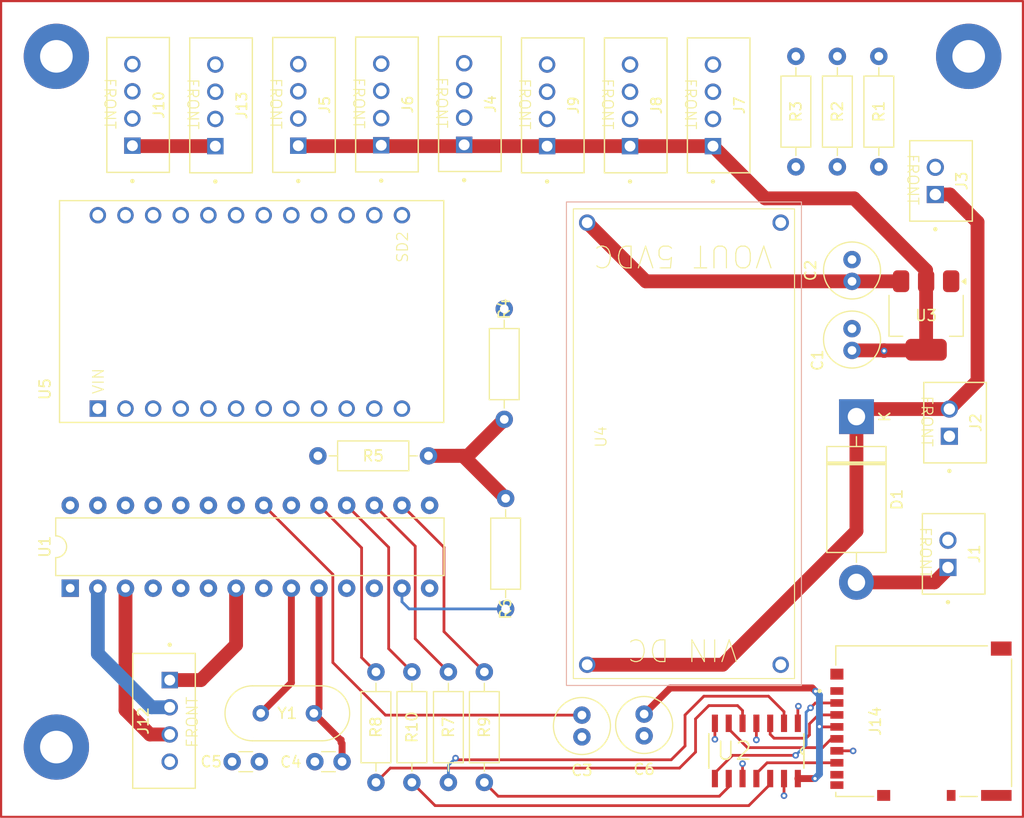
<source format=kicad_pcb>
(kicad_pcb (version 20240108) (generator "pcbnew") (generator_version "8.0")
  (layers (0 "F.Cu" signal) (31 "B.Cu" signal) (34 "B.Paste" user) (35 "F.Paste" user) (36 "B.SilkS" user "B.Silkscreen") (37 "F.SilkS" user "F.Silkscreen") (38 "B.Mask" user) (39 "F.Mask" user) (44 "Edge.Cuts" user))
  (net 0 "")
  (net 1 "3V3DC")
  (net 2 "GND")
  (net 3 "5VDC")
  (net 4 "Net-(U1-AREF)")
  (net 5 "Net-(U1-XTAL2{slash}PB7)")
  (net 6 "Net-(U1-XTAL1{slash}PB6)")
  (net 7 "Net-(D1-A)")
  (net 8 "VBatt")
  (net 9 "Net-(J3-Pad2)")
  (net 10 "SDA5")
  (net 11 "SCL5")
  (net 12 "SDA4")
  (net 13 "SCL4")
  (net 14 "SDA3")
  (net 15 "SCL3")
  (net 16 "SCL2")
  (net 17 "SDA2")
  (net 18 "SCL1")
  (net 19 "SDA1")
  (net 20 "SCL0")
  (net 21 "SDA0")
  (net 22 "SCL")
  (net 23 "SDA")
  (net 24 "TX")
  (net 25 "RX")
  (net 26 "AUX1")
  (net 27 "AUX2")
  (net 28 "CLK_L")
  (net 30 "MOSI_L")
  (net 32 "CS_L")
  (net 33 "MISO_L")
  (net 34 "Net-(R1-Pad2)")
  (net 35 "Bat_Measure")
  (net 36 "Net-(R4-Pad2)")
  (net 37 "Chg_Indicator")
  (net 38 "Net-(U2-B0)")
  (net 39 "MOSI")
  (net 40 "CLK")
  (net 41 "Net-(U2-B1)")
  (net 42 "Net-(U2-B3)")
  (net 43 "CS")
  (net 44 "MISO")
  (net 45 "Net-(U2-B2)")
  (footprint "Capacitor_THT:C_Radial_D5.0mm_H11.0mm_P2.00mm" (layer "F.Cu") (at 116.8654 129.143 -90)
    (property "Reference" "C3" (at 5.08 0 180) (layer "F.SilkS"))
    (property "Value" "100uF")
    (pad "1" thru_hole circle (at 0 0 270) (size 1.6 1.6) (drill 0.8) (layers "*.Cu" "*.Mask") (net 4 "Net-(U1-AREF)"))
    (pad "2" thru_hole circle (at 2 0 270) (size 1.6 1.6) (drill 0.8) (layers "*.Cu" "*.Mask") (net 2 "GND"))
  )
  (footprint "Capacitor_THT:C_Disc_D3.0mm_W1.6mm_P2.50mm" (layer "F.Cu") (at 94.829 133.4224 180)
    (property "Reference" "C4" (at 4.7098 -0.0292 180) (layer "F.SilkS"))
    (property "Value" "22pF")
    (pad "1" thru_hole circle (at 0 0 180) (size 1.6 1.6) (drill 0.8) (layers "*.Cu" "*.Mask") (net 5 "Net-(U1-XTAL2{slash}PB7)"))
    (pad "2" thru_hole circle (at 2.5 0 180) (size 1.6 1.6) (drill 0.8) (layers "*.Cu" "*.Mask") (net 2 "GND"))
  )
  (footprint "Resistor_THT:R_Axial_DIN0207_L6.3mm_D2.5mm_P10.16mm_Horizontal" (layer "F.Cu") (at 107.8992 125.1712 -90)
    (property "Reference" "R9" (at 5.08 0 90) (layer "F.SilkS"))
    (property "Value" "3k3")
    (pad "1" thru_hole circle (at 0 0 270) (size 1.6 1.6) (drill 0.8) (layers "*.Cu" "*.Mask") (net 43 "CS"))
    (pad "2" thru_hole oval (at 10.16 0 270) (size 1.6 1.6) (drill 0.8) (layers "*.Cu" "*.Mask") (net 42 "Net-(U2-B3)"))
  )
  (footprint "Project_Fania_Ersa:JST_B4B-XH-A_LF__SN_" (layer "F.Cu") (at 121.81 73.085 -90)
    (property "Reference" "J8" (at 0 -1.905 90) (layer "F.SilkS") (effects (font (size 0.944882 0.944882))))
    (property "Value" "T2")
    (fp_text user "FRONT" (at -2.54 3.175 -90) (layer "F.SilkS") (effects (font (thickness 0.1)) (justify left bottom)))
    (pad "1" thru_hole rect (at 3.75 0.525 270) (size 1.508 1.508) (drill 1) (layers "*.Cu" "*.Mask") (net 1 "3V3DC"))
    (pad "2" thru_hole circle (at 1.25 0.525 270) (size 1.508 1.508) (drill 1) (layers "*.Cu" "*.Mask") (net 2 "GND"))
    (pad "3" thru_hole circle (at -1.25 0.525 270) (size 1.508 1.508) (drill 1) (layers "*.Cu" "*.Mask") (net 18 "SCL1"))
    (pad "4" thru_hole circle (at -3.75 0.525 270) (size 1.508 1.508) (drill 1) (layers "*.Cu" "*.Mask") (net 19 "SDA1"))
  )
  (footprint "Resistor_THT:R_Axial_DIN0207_L6.3mm_D2.5mm_P10.16mm_Horizontal" (layer "F.Cu") (at 109.728 91.7956 -90)
    (property "Reference" "R4" (at 0 0 90) (layer "F.SilkS"))
    (property "Value" "33k")
    (pad "1" thru_hole circle (at 0 0 270) (size 1.6 1.6) (drill 0.8) (layers "*.Cu" "*.Mask") (net 7 "Net-(D1-A)"))
    (pad "2" thru_hole oval (at 10.16 0 270) (size 1.6 1.6) (drill 0.8) (layers "*.Cu" "*.Mask") (net 36 "Net-(R4-Pad2)"))
  )
  (footprint "Resistor_THT:R_Axial_DIN0207_L6.3mm_D2.5mm_P10.16mm_Horizontal" (layer "F.Cu") (at 102.7684 105.3084 180)
    (property "Reference" "R5" (at 5.08 0 180) (layer "F.SilkS"))
    (property "Value" "22k")
    (pad "1" thru_hole circle (at 0 0 180) (size 1.6 1.6) (drill 0.8) (layers "*.Cu" "*.Mask") (net 36 "Net-(R4-Pad2)"))
    (pad "2" thru_hole oval (at 10.16 0 180) (size 1.6 1.6) (drill 0.8) (layers "*.Cu" "*.Mask") (net 2 "GND"))
  )
  (footprint "Project_Fania_Ersa:Step_Down_DCDC" (layer "F.Cu") (at 126.238 104.1908 90)
    (property "Reference" "U4" (at 0.635 -7.62 90) (layer "F.SilkS") (effects (font (thickness 0.1))))
    (property "Value" "Step Down DC - DC")
    (fp_text user "VOUT 5VDC" (at 18.415 8.255 180) (layer "F.SilkS") (effects (font (size 2 2) (thickness 0.1)) (justify left bottom)))
    (fp_text user "VIN DC" (at -17.78 5.08 180) (layer "F.SilkS") (effects (font (size 2 2) (thickness 0.1)) (justify left bottom)))
    (pad "1" thru_hole circle (at -20.32 -8.89 90) (size 1.508 1.508) (drill 1) (layers "*.Cu" "*.Mask") (net 8 "VBatt"))
    (pad "2" thru_hole circle (at -20.32 8.89 90) (size 1.508 1.508) (drill 1) (layers "*.Cu" "*.Mask") (net 2 "GND"))
    (pad "3" thru_hole circle (at 20.32 8.89 90) (size 1.508 1.508) (drill 1) (layers "*.Cu" "*.Mask") (net 2 "GND"))
    (pad "4" thru_hole circle (at 20.32 -8.89 90) (size 1.508 1.508) (drill 1) (layers "*.Cu" "*.Mask") (net 3 "5VDC"))
  )
  (footprint "Project_Fania_Ersa:JST_B4B-XH-A_LF__SN_" (layer "F.Cu") (at 106.57 72.965 -90)
    (property "Reference" "J4" (at 0 -1.905 90) (layer "F.SilkS") (effects (font (size 0.944882 0.944882))))
    (property "Value" "T6")
    (fp_text user "FRONT" (at -2.54 3.175 -90) (layer "F.SilkS") (effects (font (thickness 0.1)) (justify left bottom)))
    (pad "1" thru_hole rect (at 3.75 0.525 270) (size 1.508 1.508) (drill 1) (layers "*.Cu" "*.Mask") (net 1 "3V3DC"))
    (pad "2" thru_hole circle (at 1.25 0.525 270) (size 1.508 1.508) (drill 1) (layers "*.Cu" "*.Mask") (net 2 "GND"))
    (pad "3" thru_hole circle (at -1.25 0.525 270) (size 1.508 1.508) (drill 1) (layers "*.Cu" "*.Mask") (net 11 "SCL5"))
    (pad "4" thru_hole circle (at -3.75 0.525 270) (size 1.508 1.508) (drill 1) (layers "*.Cu" "*.Mask") (net 10 "SDA5"))
  )
  (footprint "Project_Fania_Ersa:JST_B4B-XH-A_LF__SN_" (layer "F.Cu") (at 98.95 73.005 -90)
    (property "Reference" "J6" (at 0 -1.905 90) (layer "F.SilkS") (effects (font (size 0.944882 0.944882))))
    (property "Value" "T4")
    (fp_text user "FRONT" (at -2.54 3.175 -90) (layer "F.SilkS") (effects (font (thickness 0.1)) (justify left bottom)))
    (pad "1" thru_hole rect (at 3.75 0.525 270) (size 1.508 1.508) (drill 1) (layers "*.Cu" "*.Mask") (net 1 "3V3DC"))
    (pad "2" thru_hole circle (at 1.25 0.525 270) (size 1.508 1.508) (drill 1) (layers "*.Cu" "*.Mask") (net 2 "GND"))
    (pad "3" thru_hole circle (at -1.25 0.525 270) (size 1.508 1.508) (drill 1) (layers "*.Cu" "*.Mask") (net 15 "SCL3"))
    (pad "4" thru_hole circle (at -3.75 0.525 270) (size 1.508 1.508) (drill 1) (layers "*.Cu" "*.Mask") (net 14 "SDA3"))
  )
  (footprint "Project_Fania_Ersa:JST_B4B-XH-A_LF__SN_" (layer "F.Cu") (at 114.19 73.085 -90)
    (property "Reference" "J9" (at 0 -1.905 90) (layer "F.SilkS") (effects (font (size 0.944882 0.944882))))
    (property "Value" "T1")
    (fp_text user "FRONT" (at -2.54 3.175 -90) (layer "F.SilkS") (effects (font (thickness 0.1)) (justify left bottom)))
    (pad "1" thru_hole rect (at 3.75 0.525 270) (size 1.508 1.508) (drill 1) (layers "*.Cu" "*.Mask") (net 1 "3V3DC"))
    (pad "2" thru_hole circle (at 1.25 0.525 270) (size 1.508 1.508) (drill 1) (layers "*.Cu" "*.Mask") (net 2 "GND"))
    (pad "3" thru_hole circle (at -1.25 0.525 270) (size 1.508 1.508) (drill 1) (layers "*.Cu" "*.Mask") (net 20 "SCL0"))
    (pad "4" thru_hole circle (at -3.75 0.525 270) (size 1.508 1.508) (drill 1) (layers "*.Cu" "*.Mask") (net 21 "SDA0"))
  )
  (footprint "Project_Fania_Ersa:JST_B4B-XH-A_LF__SN_" (layer "F.Cu") (at 129.43 73.085 -90)
    (property "Reference" "J7" (at 0 -1.905 90) (layer "F.SilkS") (effects (font (size 0.944882 0.944882))))
    (property "Value" "T3")
    (fp_text user "FRONT" (at -2.54 3.175 -90) (layer "F.SilkS") (effects (font (thickness 0.1)) (justify left bottom)))
    (pad "1" thru_hole rect (at 3.75 0.525 270) (size 1.508 1.508) (drill 1) (layers "*.Cu" "*.Mask") (net 1 "3V3DC"))
    (pad "2" thru_hole circle (at 1.25 0.525 270) (size 1.508 1.508) (drill 1) (layers "*.Cu" "*.Mask") (net 2 "GND"))
    (pad "3" thru_hole circle (at -1.25 0.525 270) (size 1.508 1.508) (drill 1) (layers "*.Cu" "*.Mask") (net 16 "SCL2"))
    (pad "4" thru_hole circle (at -3.75 0.525 270) (size 1.508 1.508) (drill 1) (layers "*.Cu" "*.Mask") (net 17 "SDA2"))
  )
  (footprint "Project_Fania_Ersa:JST_B2B-XH-A" (layer "F.Cu") (at 149.86 80.03 -90)
    (property "Reference" "J3" (at 0 -1.905 90) (layer "F.SilkS"))
    (property "Value" "Switch")
    (fp_text user "FRONT" (at -2.54 3.175 -90) (layer "F.SilkS") (effects (font (thickness 0.1)) (justify left bottom)))
    (pad "1" thru_hole rect (at 1.25 0.525 270) (size 1.575 1.575) (drill 1.05) (layers "*.Cu" "*.Mask") (net 8 "VBatt"))
    (pad "2" thru_hole circle (at -1.25 0.525 270) (size 1.575 1.575) (drill 1.05) (layers "*.Cu" "*.Mask") (net 9 "Net-(J3-Pad2)"))
  )
  (footprint "Crystal:Crystal_HC49-4H_Vertical" (layer "F.Cu") (at 92.239 128.9774 180)
    (property "Reference" "Y1" (at 2.45 0 180) (layer "F.SilkS"))
    (property "Value" "Crystal")
    (pad "1" thru_hole circle (at 0 0 180) (size 1.5 1.5) (drill 0.8) (layers "*.Cu" "*.Mask") (net 5 "Net-(U1-XTAL2{slash}PB7)"))
    (pad "2" thru_hole circle (at 4.88 0 180) (size 1.5 1.5) (drill 0.8) (layers "*.Cu" "*.Mask") (net 6 "Net-(U1-XTAL1{slash}PB6)"))
  )
  (footprint "Capacitor_THT:C_Radial_D5.0mm_H11.0mm_P2.00mm" (layer "F.Cu") (at 122.5804 129.048 -90)
    (property "Reference" "C6" (at 5.08 0 180) (layer "F.SilkS"))
    (property "Value" "100uF")
    (pad "1" thru_hole circle (at 0 0 270) (size 1.6 1.6) (drill 0.8) (layers "*.Cu" "*.Mask") (net 1 "3V3DC"))
    (pad "2" thru_hole circle (at 2 0 270) (size 1.6 1.6) (drill 0.8) (layers "*.Cu" "*.Mask") (net 2 "GND"))
  )
  (footprint "Resistor_THT:R_Axial_DIN0207_L6.3mm_D2.5mm_P10.16mm_Horizontal" (layer "F.Cu") (at 104.5972 125.1712 -90)
    (property "Reference" "R7" (at 5.08 0 90) (layer "F.SilkS"))
    (property "Value" "3k3")
    (pad "1" thru_hole circle (at 0 0 270) (size 1.6 1.6) (drill 0.8) (layers "*.Cu" "*.Mask") (net 39 "MOSI"))
    (pad "2" thru_hole oval (at 10.16 0 270) (size 1.6 1.6) (drill 0.8) (layers "*.Cu" "*.Mask") (net 38 "Net-(U2-B0)"))
  )
  (footprint "Resistor_THT:R_Axial_DIN0207_L6.3mm_D2.5mm_P10.16mm_Horizontal" (layer "F.Cu") (at 109.855 119.38 90)
    (property "Reference" "R6" (at 0 0 -90) (layer "F.SilkS"))
    (property "Value" "100")
    (pad "1" thru_hole circle (at 0 0 90) (size 1.6 1.6) (drill 0.8) (layers "*.Cu" "*.Mask") (net 37 "Chg_Indicator"))
    (pad "2" thru_hole oval (at 10.16 0 90) (size 1.6 1.6) (drill 0.8) (layers "*.Cu" "*.Mask") (net 36 "Net-(R4-Pad2)"))
  )
  (footprint "Project_Fania_Ersa:HRS_DM3AT-SF-PEJM5" (layer "F.Cu") (at 148.265 129.7 90)
    (property "Reference" "J14" (at 0 -4.445 -90) (layer "F.SilkS") (effects (font (size 1.001528 1.001528))))
    (property "Value" "MicroSD")
    (pad "1" smd rect (at 2.775 -7.975 90) (size 0.7 1.2) (layers "F.Cu" "F.Paste" "F.Mask"))
    (pad "2" smd rect (at 1.675 -7.975 90) (size 0.7 1.2) (layers "F.Cu" "F.Paste" "F.Mask") (net 32 "CS_L"))
    (pad "3" smd rect (at 0.575 -7.975 90) (size 0.7 1.2) (layers "F.Cu" "F.Paste" "F.Mask") (net 30 "MOSI_L"))
    (pad "4" smd rect (at -0.525 -7.975 90) (size 0.7 1.2) (layers "F.Cu" "F.Paste" "F.Mask") (net 1 "3V3DC"))
    (pad "5" smd rect (at -1.625 -7.975 90) (size 0.7 1.2) (layers "F.Cu" "F.Paste" "F.Mask") (net 28 "CLK_L"))
    (pad "6" smd rect (at -2.725 -7.975 90) (size 0.7 1.2) (layers "F.Cu" "F.Paste" "F.Mask") (net 2 "GND"))
    (pad "7" smd rect (at -3.825 -7.975 90) (size 0.7 1.2) (layers "F.Cu" "F.Paste" "F.Mask") (net 33 "MISO_L"))
    (pad "8" smd rect (at -4.925 -7.975 90) (size 0.7 1.2) (layers "F.Cu" "F.Paste" "F.Mask"))
    (pad "9" smd rect (at -6.825 2.525 90) (size 1 0.8) (layers "F.Cu" "F.Paste" "F.Mask"))
    (pad "9" smd rect (at -5.875 -7.975 90) (size 0.7 1.2) (layers "F.Cu" "F.Paste" "F.Mask"))
    (pad "10" smd rect (at -6.825 -3.675 90) (size 1 1.2) (layers "F.Cu" "F.Paste" "F.Mask"))
    (pad "10" smd rect (at 4.325 -7.975 90) (size 1 1.2) (layers "F.Cu" "F.Paste" "F.Mask"))
    (pad "11" smd rect (at -6.825 6.675 90) (size 1 2.8) (layers "F.Cu" "F.Paste" "F.Mask"))
    (pad "11" smd rect (at 6.675 7.125 90) (size 1.3 1.9) (layers "F.Cu" "F.Paste" "F.Mask"))
  )
  (footprint "Package_TO_SOT_SMD:SOT-223-3_TabPin2" (layer "F.Cu") (at 148.4884 92.4052 -90)
    (property "Reference" "U3" (at 0 0 180) (layer "F.SilkS"))
    (property "Value" "AMS1117")
    (pad "1" smd roundrect (at -3.15 -2.3 270) (size 2 1.5) (layers "F.Cu" "F.Paste" "F.Mask") (net 2 "GND"))
    (pad "2" smd roundrect (at -3.15 0 270) (size 2 1.5) (layers "F.Cu" "F.Paste" "F.Mask") (net 1 "3V3DC"))
    (pad "2" smd roundrect (at 3.15 0 270) (size 2 3.8) (layers "F.Cu" "F.Paste" "F.Mask") (net 1 "3V3DC"))
    (pad "3" smd roundrect (at -3.15 2.3 270) (size 2 1.5) (layers "F.Cu" "F.Paste" "F.Mask") (net 3 "5VDC"))
  )
  (footprint "Capacitor_THT:C_Disc_D3.0mm_W1.6mm_P2.50mm" (layer "F.Cu") (at 87.229 133.4224 180)
    (property "Reference" "C5" (at 4.425 0 180) (layer "F.SilkS"))
    (property "Value" "22pF")
    (pad "1" thru_hole circle (at 0 0 180) (size 1.6 1.6) (drill 0.8) (layers "*.Cu" "*.Mask") (net 6 "Net-(U1-XTAL1{slash}PB6)"))
    (pad "2" thru_hole circle (at 2.5 0 180) (size 1.6 1.6) (drill 0.8) (layers "*.Cu" "*.Mask") (net 2 "GND"))
  )
  (footprint "Project_Fania_Ersa:JST_B2B-XH-A" (layer "F.Cu") (at 151.02 114.32 -90)
    (property "Reference" "J1" (at 0 -1.905 90) (layer "F.SilkS"))
    (property "Value" "12VDC In")
    (fp_text user "FRONT" (at -2.54 3.175 -90) (layer "F.SilkS") (effects (font (thickness 0.1)) (justify left bottom)))
    (pad "1" thru_hole rect (at 1.25 0.525 270) (size 1.575 1.575) (drill 1.05) (layers "*.Cu" "*.Mask") (net 7 "Net-(D1-A)"))
    (pad "2" thru_hole circle (at -1.25 0.525 270) (size 1.575 1.575) (drill 1.05) (layers "*.Cu" "*.Mask") (net 2 "GND"))
  )
  (footprint "Project_Fania_Ersa:PCA9548A" (layer "F.Cu") (at 87.63 92.075 90)
    (property "Reference" "U5" (at -7.095 -20.095 -90) (layer "F.SilkS"))
    (property "Value" "PCA9548A_Board")
    (fp_text user "SD2" (at 4.445 13.335 90) (layer "F.SilkS") (effects (font (thickness 0.1)) (justify left bottom)))
    (fp_text user "VIN" (at -7.62 -14.605 90) (layer "F.SilkS") (effects (font (thickness 0.1)) (justify left bottom)))
    (pad "" np_thru_hole circle (at -8.89 -17.56 90) (size 1.651 1.651) (drill 1.651) (layers "*.Cu" "*.Mask"))
    (pad "" np_thru_hole circle (at -8.89 15.24 90) (size 1.651 1.651) (drill 1.651) (layers "*.Cu" "*.Mask"))
    (pad "" np_thru_hole circle (at 8.89 -17.56 90) (size 1.651 1.651) (drill 1.651) (layers "*.Cu" "*.Mask"))
    (pad "" np_thru_hole circle (at 8.89 15.24 90) (size 1.651 1.651) (drill 1.651) (layers "*.Cu" "*.Mask"))
    (pad "1" thru_hole rect (at -8.89 -15.24 90) (size 1.508 1.508) (drill 1) (layers "*.Cu" "*.Mask") (net 1 "3V3DC"))
    (pad "2" thru_hole circle (at -8.89 -12.7 90) (size 1.508 1.508) (drill 1) (layers "*.Cu" "*.Mask") (net 2 "GND"))
    (pad "3" thru_hole circle (at -8.89 -10.16 90) (size 1.508 1.508) (drill 1) (layers "*.Cu" "*.Mask") (net 23 "SDA"))
    (pad "4" thru_hole circle (at -8.89 -7.62 90) (size 1.508 1.508) (drill 1) (layers "*.Cu" "*.Mask") (net 22 "SCL"))
    (pad "5" thru_hole circle (at -8.89 -5.08 90) (size 1.508 1.508) (drill 1) (layers "*.Cu" "*.Mask"))
    (pad "6" thru_hole circle (at -8.89 -2.54 90) (size 1.508 1.508) (drill 1) (layers "*.Cu" "*.Mask") (net 2 "GND"))
    (pad "7" thru_hole circle (at -8.89 0 90) (size 1.508 1.508) (drill 1) (layers "*.Cu" "*.Mask") (net 2 "GND"))
    (pad "8" thru_hole circle (at -8.89 2.54 90) (size 1.508 1.508) (drill 1) (layers "*.Cu" "*.Mask") (net 2 "GND"))
    (pad "9" thru_hole circle (at -8.89 5.08 90) (size 1.508 1.508) (drill 1) (layers "*.Cu" "*.Mask") (net 21 "SDA0"))
    (pad "10" thru_hole circle (at -8.89 7.62 90) (size 1.508 1.508) (drill 1) (layers "*.Cu" "*.Mask") (net 20 "SCL0"))
    (pad "11" thru_hole circle (at -8.89 10.16 90) (size 1.508 1.508) (drill 1) (layers "*.Cu" "*.Mask") (net 19 "SDA1"))
    (pad "12" thru_hole circle (at -8.89 12.7 90) (size 1.508 1.508) (drill 1) (layers "*.Cu" "*.Mask") (net 18 "SCL1"))
    (pad "13" thru_hole circle (at 8.89 12.7 90) (size 1.508 1.508) (drill 1) (layers "*.Cu" "*.Mask") (net 17 "SDA2"))
    (pad "14" thru_hole circle (at 8.89 10.16 90) (size 1.508 1.508) (drill 1) (layers "*.Cu" "*.Mask") (net 16 "SCL2"))
    (pad "15" thru_hole circle (at 8.89 7.62 90) (size 1.508 1.508) (drill 1) (layers "*.Cu" "*.Mask") (net 14 "SDA3"))
    (pad "16" thru_hole circle (at 8.89 5.08 90) (size 1.508 1.508) (drill 1) (layers "*.Cu" "*.Mask") (net 15 "SCL3"))
    (pad "17" thru_hole circle (at 8.89 2.54 90) (size 1.508 1.508) (drill 1) (layers "*.Cu" "*.Mask") (net 12 "SDA4"))
    (pad "18" thru_hole circle (at 8.89 0 90) (size 1.508 1.508) (drill 1) (layers "*.Cu" "*.Mask") (net 13 "SCL4"))
    (pad "19" thru_hole circle (at 8.89 -2.54 90) (size 1.508 1.508) (drill 1) (layers "*.Cu" "*.Mask") (net 10 "SDA5"))
    (pad "20" thru_hole circle (at 8.89 -5.08 90) (size 1.508 1.508) (drill 1) (layers "*.Cu" "*.Mask") (net 11 "SCL5"))
    (pad "21" thru_hole circle (at 8.89 -7.62 90) (size 1.508 1.508) (drill 1) (layers "*.Cu" "*.Mask"))
    (pad "22" thru_hole circle (at 8.89 -10.16 90) (size 1.508 1.508) (drill 1) (layers "*.Cu" "*.Mask"))
    (pad "23" thru_hole circle (at 8.89 -12.7 90) (size 1.508 1.508) (drill 1) (layers "*.Cu" "*.Mask"))
    (pad "24" thru_hole circle (at 8.89 -15.24 90) (size 1.508 1.508) (drill 1) (layers "*.Cu" "*.Mask"))
  )
  (footprint "Project_Fania_Ersa:JST_B2B-XH-A" (layer "F.Cu") (at 151.15 102.255 -90)
    (property "Reference" "J2" (at 0 -1.905 90) (layer "F.SilkS"))
    (property "Value" "Battery")
    (fp_text user "FRONT" (at -2.54 3.175 -90) (layer "F.SilkS") (effects (font (thickness 0.1)) (justify left bottom)))
    (pad "1" thru_hole rect (at 1.25 0.525 270) (size 1.575 1.575) (drill 1.05) (layers "*.Cu" "*.Mask") (net 2 "GND"))
    (pad "2" thru_hole circle (at -1.25 0.525 270) (size 1.575 1.575) (drill 1.05) (layers "*.Cu" "*.Mask") (net 8 "VBatt"))
  )
  (footprint "Diode_THT:D_DO-201AD_P15.24mm_Horizontal" (layer "F.Cu") (at 142.0876 101.7016 -90)
    (property "Reference" "D1" (at 7.62 -3.72 90) (layer "F.SilkS"))
    (property "Value" "1N5401")
    (fp_text user "K" (at 0 -2.6 90) (layer "F.SilkS"))
    (pad "1" thru_hole rect (at 0 0 270) (size 3.2 3.2) (drill 1.6) (layers "*.Cu" "*.Mask") (net 8 "VBatt"))
    (pad "2" thru_hole oval (at 15.24 0 270) (size 3.2 3.2) (drill 1.6) (layers "*.Cu" "*.Mask") (net 7 "Net-(D1-A)"))
  )
  (footprint "Resistor_THT:R_Axial_DIN0207_L6.3mm_D2.5mm_P10.16mm_Horizontal" (layer "F.Cu") (at 97.9424 125.1712 -90)
    (property "Reference" "R8" (at 5.08 0 90) (layer "F.SilkS"))
    (property "Value" "3k3")
    (pad "1" thru_hole circle (at 0 0 270) (size 1.6 1.6) (drill 0.8) (layers "*.Cu" "*.Mask") (net 40 "CLK"))
    (pad "2" thru_hole oval (at 10.16 0 270) (size 1.6 1.6) (drill 0.8) (layers "*.Cu" "*.Mask") (net 41 "Net-(U2-B1)"))
  )
  (footprint "Project_Fania_Ersa:SOIC127P600X175-14N" (layer "F.Cu") (at 132.8928 132.4356 -90)
    (property "Reference" "U2" (at 0 2.032 180) (layer "F.SilkS") (effects (font (size 1.640638 1.640638))))
    (property "Value" "74VHC125M")
    (pad "1" smd rect (at -2.54 -3.81 270) (size 1.6002 0.5588) (layers "F.Cu" "F.Paste" "F.Mask") (net 2 "GND"))
    (pad "2" smd rect (at -2.54 -2.54 270) (size 1.6002 0.5588) (layers "F.Cu" "F.Paste" "F.Mask") (net 38 "Net-(U2-B0)"))
    (pad "3" smd rect (at -2.54 -1.27 270) (size 1.6002 0.5588) (layers "F.Cu" "F.Paste" "F.Mask") (net 30 "MOSI_L"))
    (pad "4" smd rect (at -2.54 0 270) (size 1.6002 0.5588) (layers "F.Cu" "F.Paste" "F.Mask") (net 2 "GND"))
    (pad "5" smd rect (at -2.54 1.27 270) (size 1.6002 0.5588) (layers "F.Cu" "F.Paste" "F.Mask") (net 41 "Net-(U2-B1)"))
    (pad "6" smd rect (at -2.54 2.54 270) (size 1.6002 0.5588) (layers "F.Cu" "F.Paste" "F.Mask") (net 28 "CLK_L"))
    (pad "7" smd rect (at -2.54 3.81 270) (size 1.6002 0.5588) (layers "F.Cu" "F.Paste" "F.Mask") (net 2 "GND"))
    (pad "8" smd rect (at 2.54 3.81 270) (size 1.6002 0.5588) (layers "F.Cu" "F.Paste" "F.Mask") (net 32 "CS_L"))
    (pad "9" smd rect (at 2.54 2.54 270) (size 1.6002 0.5588) (layers "F.Cu" "F.Paste" "F.Mask") (net 42 "Net-(U2-B3)"))
    (pad "10" smd rect (at 2.54 1.27 270) (size 1.6002 0.5588) (layers "F.Cu" "F.Paste" "F.Mask") (net 2 "GND"))
    (pad "11" smd rect (at 2.54 0 270) (size 1.6002 0.5588) (layers "F.Cu" "F.Paste" "F.Mask") (net 33 "MISO_L"))
    (pad "12" smd rect (at 2.54 -1.27 270) (size 1.6002 0.5588) (layers "F.Cu" "F.Paste" "F.Mask") (net 45 "Net-(U2-B2)"))
    (pad "13" smd rect (at 2.54 -2.54 270) (size 1.6002 0.5588) (layers "F.Cu" "F.Paste" "F.Mask") (net 2 "GND"))
    (pad "14" smd rect (at 2.54 -3.81 270) (size 1.6002 0.5588) (layers "F.Cu" "F.Paste" "F.Mask") (net 1 "3V3DC"))
  )
  (footprint "Package_DIP:DIP-28_W7.62mm" (layer "F.Cu") (at 69.85 117.475 90)
    (property "Reference" "U1" (at 3.81 -2.33 -90) (layer "F.SilkS"))
    (property "Value" "ATmega328P-P" (hide yes))
    (pad "1" thru_hole rect (at 0 0 90) (size 1.6 1.6) (drill 0.8) (layers "*.Cu" "*.Mask"))
    (pad "2" thru_hole oval (at 0 2.54 90) (size 1.6 1.6) (drill 0.8) (layers "*.Cu" "*.Mask") (net 25 "RX"))
    (pad "3" thru_hole oval (at 0 5.08 90) (size 1.6 1.6) (drill 0.8) (layers "*.Cu" "*.Mask") (net 24 "TX"))
    (pad "4" thru_hole oval (at 0 7.62 90) (size 1.6 1.6) (drill 0.8) (layers "*.Cu" "*.Mask"))
    (pad "5" thru_hole oval (at 0 10.16 90) (size 1.6 1.6) (drill 0.8) (layers "*.Cu" "*.Mask"))
    (pad "6" thru_hole oval (at 0 12.7 90) (size 1.6 1.6) (drill 0.8) (layers "*.Cu" "*.Mask"))
    (pad "7" thru_hole oval (at 0 15.24 90) (size 1.6 1.6) (drill 0.8) (layers "*.Cu" "*.Mask") (net 3 "5VDC"))
    (pad "8" thru_hole oval (at 0 17.78 90) (size 1.6 1.6) (drill 0.8) (layers "*.Cu" "*.Mask") (net 2 "GND"))
    (pad "9" thru_hole oval (at 0 20.32 90) (size 1.6 1.6) (drill 0.8) (layers "*.Cu" "*.Mask") (net 6 "Net-(U1-XTAL1{slash}PB6)"))
    (pad "10" thru_hole oval (at 0 22.86 90) (size 1.6 1.6) (drill 0.8) (layers "*.Cu" "*.Mask") (net 5 "Net-(U1-XTAL2{slash}PB7)"))
    (pad "11" thru_hole oval (at 0 25.4 90) (size 1.6 1.6) (drill 0.8) (layers "*.Cu" "*.Mask"))
    (pad "12" thru_hole oval (at 0 27.94 90) (size 1.6 1.6) (drill 0.8) (layers "*.Cu" "*.Mask"))
    (pad "13" thru_hole oval (at 0 30.48 90) (size 1.6 1.6) (drill 0.8) (layers "*.Cu" "*.Mask") (net 37 "Chg_Indicator"))
    (pad "14" thru_hole oval (at 0 33.02 90) (size 1.6 1.6) (drill 0.8) (layers "*.Cu" "*.Mask"))
    (pad "15" thru_hole oval (at 7.62 33.02 90) (size 1.6 1.6) (drill 0.8) (layers "*.Cu" "*.Mask"))
    (pad "16" thru_hole oval (at 7.62 30.48 90) (size 1.6 1.6) (drill 0.8) (layers "*.Cu" "*.Mask") (net 43 "CS"))
    (pad "17" thru_hole oval (at 7.62 27.94 90) (size 1.6 1.6) (drill 0.8) (layers "*.Cu" "*.Mask") (net 39 "MOSI"))
    (pad "18" thru_hole oval (at 7.62 25.4 90) (size 1.6 1.6) (drill 0.8) (layers "*.Cu" "*.Mask") (net 44 "MISO"))
    (pad "19" thru_hole oval (at 7.62 22.86 90) (size 1.6 1.6) (drill 0.8) (layers "*.Cu" "*.Mask") (net 40 "CLK"))
    (pad "20" thru_hole oval (at 7.62 20.32 90) (size 1.6 1.6) (drill 0.8) (layers "*.Cu" "*.Mask") (net 3 "5VDC"))
    (pad "21" thru_hole oval (at 7.62 17.78 90) (size 1.6 1.6) (drill 0.8) (layers "*.Cu" "*.Mask") (net 4 "Net-(U1-AREF)"))
    (pad "22" thru_hole oval (at 7.62 15.24 90) (size 1.6 1.6) (drill 0.8) (layers "*.Cu" "*.Mask") (net 2 "GND"))
    (pad "23" thru_hole oval (at 7.62 12.7 90) (size 1.6 1.6) (drill 0.8) (layers "*.Cu" "*.Mask") (net 35 "Bat_Measure"))
    (pad "24" thru_hole oval (at 7.62 10.16 90) (size 1.6 1.6) (drill 0.8) (layers "*.Cu" "*.Mask") (net 26 "AUX1"))
    (pad "25" thru_hole oval (at 7.62 7.62 90) (size 1.6 1.6) (drill 0.8) (layers "*.Cu" "*.Mask") (net 27 "AUX2"))
    (pad "26" thru_hole oval (at 7.62 5.08 90) (size 1.6 1.6) (drill 0.8) (layers "*.Cu" "*.Mask"))
    (pad "27" thru_hole oval (at 7.62 2.54 90) (size 1.6 1.6) (drill 0.8) (layers "*.Cu" "*.Mask") (net 23 "SDA"))
    (pad "28" thru_hole oval (at 7.62 0 90) (size 1.6 1.6) (drill 0.8) (layers "*.Cu" "*.Mask") (net 22 "SCL"))
  )
  (footprint "Resistor_THT:R_Axial_DIN0207_L6.3mm_D2.5mm_P10.16mm_Horizontal" (layer "F.Cu") (at 136.525 78.74 90)
    (property "Reference" "R3" (at 5.08 0 -90) (layer "F.SilkS"))
    (property "Value" "100")
    (pad "1" thru_hole circle (at 0 0 90) (size 1.6 1.6) (drill 0.8) (layers "*.Cu" "*.Mask") (net 35 "Bat_Measure"))
    (pad "2" thru_hole oval (at 10.16 0 90) (size 1.6 1.6) (drill 0.8) (layers "*.Cu" "*.Mask") (net 34 "Net-(R1-Pad2)"))
  )
  (footprint "Capacitor_THT:C_Radial_D5.0mm_H11.0mm_P2.00mm" (layer "F.Cu") (at 141.6812 89.265 90)
    (property "Reference" "C2" (at 1 -3.81 -90) (layer "F.SilkS"))
    (property "Value" "100uF")
    (pad "1" thru_hole circle (at 0 0 90) (size 1.6 1.6) (drill 0.8) (layers "*.Cu" "*.Mask") (net 3 "5VDC"))
    (pad "2" thru_hole circle (at 2 0 90) (size 1.6 1.6) (drill 0.8) (layers "*.Cu" "*.Mask") (net 2 "GND"))
  )
  (footprint "Capacitor_THT:C_Radial_D5.0mm_H11.0mm_P2.00mm" (layer "F.Cu") (at 141.6812 95.615 90)
    (property "Reference" "C1" (at -0.905 -3.175 -90) (layer "F.SilkS"))
    (property "Value" "100uF")
    (pad "1" thru_hole circle (at 0 0 90) (size 1.6 1.6) (drill 0.8) (layers "*.Cu" "*.Mask") (net 1 "3V3DC"))
    (pad "2" thru_hole circle (at 2 0 90) (size 1.6 1.6) (drill 0.8) (layers "*.Cu" "*.Mask") (net 2 "GND"))
  )
  (footprint "Resistor_THT:R_Axial_DIN0207_L6.3mm_D2.5mm_P10.16mm_Horizontal" (layer "F.Cu") (at 144.145 78.74 90)
    (property "Reference" "R1" (at 5.08 0 -90) (layer "F.SilkS"))
    (property "Value" "10k")
    (pad "1" thru_hole circle (at 0 0 90) (size 1.6 1.6) (drill 0.8) (layers "*.Cu" "*.Mask") (net 9 "Net-(J3-Pad2)"))
    (pad "2" thru_hole oval (at 10.16 0 90) (size 1.6 1.6) (drill 0.8) (layers "*.Cu" "*.Mask") (net 34 "Net-(R1-Pad2)"))
  )
  (footprint "Resistor_THT:R_Axial_DIN0207_L6.3mm_D2.5mm_P10.16mm_Horizontal" (layer "F.Cu") (at 101.2444 125.1712 -90)
    (property "Reference" "R10" (at 5.08 0 90) (layer "F.SilkS"))
    (property "Value" "3k3")
    (pad "1" thru_hole circle (at 0 0 270) (size 1.6 1.6) (drill 0.8) (layers "*.Cu" "*.Mask") (net 44 "MISO"))
    (pad "2" thru_hole oval (at 10.16 0 270) (size 1.6 1.6) (drill 0.8) (layers "*.Cu" "*.Mask") (net 45 "Net-(U2-B2)"))
  )
  (footprint "Project_Fania_Ersa:JST_B4B-XH-A_LF__SN_" (layer "F.Cu") (at 91.33 73.045 -90)
    (property "Reference" "J5" (at 0 -1.905 90) (layer "F.SilkS") (effects (font (size 0.944882 0.944882))))
    (property "Value" "T5")
    (fp_text user "FRONT" (at -2.54 3.175 -90) (layer "F.SilkS") (effects (font (thickness 0.1)) (justify left bottom)))
    (pad "1" thru_hole rect (at 3.75 0.525 270) (size 1.508 1.508) (drill 1) (layers "*.Cu" "*.Mask") (net 1 "3V3DC"))
    (pad "2" thru_hole circle (at 1.25 0.525 270) (size 1.508 1.508) (drill 1) (layers "*.Cu" "*.Mask") (net 2 "GND"))
    (pad "3" thru_hole circle (at -1.25 0.525 270) (size 1.508 1.508) (drill 1) (layers "*.Cu" "*.Mask") (net 13 "SCL4"))
    (pad "4" thru_hole circle (at -3.75 0.525 270) (size 1.508 1.508) (drill 1) (layers "*.Cu" "*.Mask") (net 12 "SDA4"))
  )
  (footprint "Project_Fania_Ersa:JST_B4B-XH-A_LF__SN_" (layer "F.Cu") (at 76.09 73.045 -90)
    (property "Reference" "J10" (at 0 -1.905 90) (layer "F.SilkS") (effects (font (size 0.944882 0.944882))))
    (property "Value" "I2C")
    (fp_text user "FRONT" (at -2.54 3.175 -90) (layer "F.SilkS") (effects (font (thickness 0.1)) (justify left bottom)))
    (pad "1" thru_hole rect (at 3.75 0.525 270) (size 1.508 1.508) (drill 1) (layers "*.Cu" "*.Mask") (net 3 "5VDC"))
    (pad "2" thru_hole circle (at 1.25 0.525 270) (size 1.508 1.508) (drill 1) (layers "*.Cu" "*.Mask") (net 2 "GND"))
    (pad "3" thru_hole circle (at -1.25 0.525 270) (size 1.508 1.508) (drill 1) (layers "*.Cu" "*.Mask") (net 23 "SDA"))
    (pad "4" thru_hole circle (at -3.75 0.525 270) (size 1.508 1.508) (drill 1) (layers "*.Cu" "*.Mask") (net 22 "SCL"))
  )
  (footprint "Project_Fania_Ersa:JST_B4B-XH-A_LF__SN_" (layer "F.Cu") (at 83.71 73.085 -90)
    (property "Reference" "J13" (at 0 -1.905 90) (layer "F.SilkS") (effects (font (size 0.944882 0.944882))))
    (property "Value" "AUX")
    (fp_text user "FRONT" (at -2.54 3.175 -90) (layer "F.SilkS") (effects (font (thickness 0.1)) (justify left bottom)))
    (pad "1" thru_hole rect (at 3.75 0.525 270) (size 1.508 1.508) (drill 1) (layers "*.Cu" "*.Mask") (net 3 "5VDC"))
    (pad "2" thru_hole circle (at 1.25 0.525 270) (size 1.508 1.508) (drill 1) (layers "*.Cu" "*.Mask") (net 2 "GND"))
    (pad "3" thru_hole circle (at -1.25 0.525 270) (size 1.508 1.508) (drill 1) (layers "*.Cu" "*.Mask") (net 26 "AUX1"))
    (pad "4" thru_hole circle (at -3.75 0.525 270) (size 1.508 1.508) (drill 1) (layers "*.Cu" "*.Mask") (net 27 "AUX2"))
  )
  (footprint "Project_Fania_Ersa:JST_B4B-XH-A_LF__SN_" (layer "F.Cu") (at 78.469 129.6724 90)
    (property "Reference" "J12" (at 0 -1.905 -90) (layer "F.SilkS") (effects (font (size 0.944882 0.944882))))
    (property "Value" "Next")
    (fp_text user "FRONT" (at -2.54 3.175 90) (layer "F.SilkS") (effects (font (thickness 0.1)) (justify left bottom)))
    (pad "1" thru_hole rect (at 3.75 0.525 90) (size 1.508 1.508) (drill 1) (layers "*.Cu" "*.Mask") (net 3 "5VDC"))
    (pad "2" thru_hole circle (at 1.25 0.525 90) (size 1.508 1.508) (drill 1) (layers "*.Cu" "*.Mask") (net 25 "RX"))
    (pad "3" thru_hole circle (at -1.25 0.525 90) (size 1.508 1.508) (drill 1) (layers "*.Cu" "*.Mask") (net 24 "TX"))
    (pad "4" thru_hole circle (at -3.75 0.525 90) (size 1.508 1.508) (drill 1) (layers "*.Cu" "*.Mask") (net 2 "GND"))
  )
  (footprint "Resistor_THT:R_Axial_DIN0207_L6.3mm_D2.5mm_P10.16mm_Horizontal" (layer "F.Cu") (at 140.335 68.58 -90)
    (property "Reference" "R2" (at 5.08 0 90) (layer "F.SilkS"))
    (property "Value" "4k7")
    (pad "1" thru_hole circle (at 0 0 270) (size 1.6 1.6) (drill 0.8) (layers "*.Cu" "*.Mask") (net 34 "Net-(R1-Pad2)"))
    (pad "2" thru_hole oval (at 10.16 0 270) (size 1.6 1.6) (drill 0.8) (layers "*.Cu" "*.Mask") (net 2 "GND"))
  )
  (gr_rect (start 63.5 63.5) (end 157.385 138.5) (stroke (width 0.2)) (fill none) (layer "F.Cu") (net 7))
  (via (at 152.4 68.58) (size 6) (drill 3) (layers "F.Cu" "B.Cu") (net 0))
  (via (at 68.58 68.58) (size 6) (drill 3) (layers "F.Cu" "B.Cu") (net 0))
  (via (at 68.58 132.08) (size 6) (drill 3) (layers "F.Cu" "B.Cu") (net 0))
  (segment (start 138.3284 126.9492) (end 138.0236 126.6444) (width 0.635) (layer "F.Cu") (net 1))
  (segment (start 144.5862 95.615) (end 144.6276 95.6564) (width 1.27) (layer "F.Cu") (net 1))
  (segment (start 144.6276 95.6564) (end 144.669 95.615) (width 1.27) (layer "F.Cu") (net 1))
  (segment (start 148.4286 95.615) (end 148.4884 95.5552) (width 1.27) (layer "F.Cu") (net 1))
  (segment (start 141.6812 95.615) (end 144.5862 95.615) (width 1.27) (layer "F.Cu") (net 1))
  (segment (start 138.7133 130.225) (end 140.29 130.225) (width 0.254) (layer "F.Cu") (net 1))
  (segment (start 144.669 95.615) (end 148.4286 95.615) (width 1.27) (layer "F.Cu") (net 1))
  (segment (start 141.8688 81.6356) (end 133.7056 81.6356) (width 1.27) (layer "F.Cu") (net 1))
  (segment (start 133.7056 81.6356) (end 128.905 76.835) (width 1.27) (layer "F.Cu") (net 1))
  (segment (start 90.845 76.835) (end 90.805 76.795) (width 1.27) (layer "F.Cu") (net 1))
  (segment (start 138.0236 126.6444) (end 124.984 126.6444) (width 0.635) (layer "F.Cu") (net 1))
  (segment (start 138.6887 130.2004) (end 138.7133 130.225) (width 0.254) (layer "F.Cu") (net 1))
  (segment (start 128.905 76.835) (end 90.845 76.835) (width 1.27) (layer "F.Cu") (net 1))
  (segment (start 136.7028 134.9756) (end 138.2776 134.9756) (width 0.635) (layer "F.Cu") (net 1))
  (segment (start 148.4884 89.2552) (end 148.4884 88.2552) (width 1.27) (layer "F.Cu") (net 1))
  (segment (start 148.4884 88.2552) (end 141.8688 81.6356) (width 1.27) (layer "F.Cu") (net 1))
  (segment (start 138.2776 134.9756) (end 138.2268 134.9756) (width 0.254) (layer "F.Cu") (net 1))
  (segment (start 124.984 126.6444) (end 122.5804 129.048) (width 0.635) (layer "F.Cu") (net 1))
  (segment (start 148.4884 89.2552) (end 148.4884 95.5552) (width 1.27) (layer "F.Cu") (net 1))
  (via (at 138.3284 126.9492) (size 0.6) (drill 0.3) (layers "F.Cu" "B.Cu") (net 1))
  (via (at 138.6887 130.2004) (size 0.6) (drill 0.3) (layers "F.Cu" "B.Cu") (net 1))
  (via (at 138.2776 134.9756) (size 0.6) (drill 0.3) (layers "F.Cu" "B.Cu") (net 1))
  (via (at 144.6276 95.6564) (size 0.6) (drill 0.3) (layers "F.Cu" "B.Cu") (net 1))
  (segment (start 138.6887 134.5645) (end 138.2776 134.9756) (width 0.635) (layer "B.Cu") (net 1))
  (segment (start 138.6887 127.3095) (end 138.6887 134.5645) (width 0.635) (layer "B.Cu") (net 1))
  (segment (start 138.295 134.9582) (end 138.2776 134.9756) (width 0.254) (layer "B.Cu") (net 1))
  (segment (start 138.3284 126.9492) (end 138.6887 127.3095) (width 0.635) (layer "B.Cu") (net 1))
  (segment (start 129.032 131.3688) (end 129.032 131.3688) (width 0.254) (layer "F.Cu") (net 2))
  (segment (start 141.7828 132.4356) (end 141.6304 132.4356) (width 0.254) (layer "F.Cu") (net 2))
  (segment (start 129.0828 131.3688) (end 129.032 131.3688) (width 0.254) (layer "F.Cu") (net 2))
  (segment (start 135.4328 136.5504) (end 135.4328 136.4996) (width 0.254) (layer "F.Cu") (net 2))
  (segment (start 136.7028 129.8956) (end 136.7028 128.3716) (width 0.254) (layer "F.Cu") (net 2))
  (segment (start 129.0828 131.318) (end 129.0828 131.3688) (width 0.254) (layer "F.Cu") (net 2))
  (segment (start 129.0828 129.8956) (end 129.0828 131.318) (width 0.254) (layer "F.Cu") (net 2))
  (segment (start 132.8928 129.8956) (end 132.8928 131.4196) (width 0.254) (layer "F.Cu") (net 2))
  (segment (start 135.4328 134.9756) (end 135.4328 136.5504) (width 0.254) (layer "F.Cu") (net 2))
  (segment (start 141.6198 132.425) (end 141.7828 132.4356) (width 0.254) (layer "F.Cu") (net 2))
  (segment (start 132.8928 131.4196) (end 132.8928 131.318) (width 0.254) (layer "F.Cu") (net 2))
  (segment (start 131.6228 134.9756) (end 131.6228 133.604) (width 0.254) (layer "F.Cu") (net 2))
  (segment (start 129.0828 131.318) (end 129.0828 131.318) (width 0.254) (layer "F.Cu") (net 2))
  (segment (start 140.29 132.425) (end 141.6198 132.425) (width 0.254) (layer "F.Cu") (net 2))
  (via (at 132.8928 131.4196) (size 0.6) (drill 0.3) (layers "F.Cu" "B.Cu") (net 2))
  (via (at 131.6228 133.604) (size 0.6) (drill 0.3) (layers "F.Cu" "B.Cu") (net 2))
  (via (at 141.7828 132.4356) (size 0.6) (drill 0.3) (layers "F.Cu" "B.Cu") (net 2))
  (via (at 135.4328 136.5504) (size 0.6) (drill 0.3) (layers "F.Cu" "B.Cu") (net 2))
  (via (at 132.8928 131.4196) (size 0.6) (drill 0.3) (layers "F.Cu" "B.Cu") (net 2))
  (via (at 136.7536 128.3208) (size 0.6) (drill 0.3) (layers "F.Cu" "B.Cu") (net 2))
  (via (at 129.0828 131.3688) (size 0.6) (drill 0.3) (layers "F.Cu" "B.Cu") (net 2))
  (segment (start 83.185 76.835) (end 75.605 76.835) (width 1.27) (layer "F.Cu") (net 3))
  (segment (start 81.8496 125.9224) (end 85.09 122.682) (width 1.27) (layer "F.Cu") (net 3))
  (segment (start 141.6812 89.265) (end 146.1786 89.265) (width 1.27) (layer "F.Cu") (net 3))
  (segment (start 78.994 125.9224) (end 81.8496 125.9224) (width 1.27) (layer "F.Cu") (net 3))
  (segment (start 75.605 76.835) (end 75.565 76.795) (width 1.27) (layer "F.Cu") (net 3))
  (segment (start 146.1786 89.265) (end 146.1884 89.2552) (width 1.27) (layer "F.Cu") (net 3))
  (segment (start 85.09 122.682) (end 85.09 117.475) (width 1.27) (layer "F.Cu") (net 3))
  (segment (start 122.7422 89.265) (end 117.348 83.8708) (width 1.27) (layer "F.Cu") (net 3))
  (segment (start 141.6812 89.265) (end 122.7422 89.265) (width 1.27) (layer "F.Cu") (net 3))
  (segment (start 93.98 116.205) (end 93.98 124.3076) (width 0.254) (layer "F.Cu") (net 4))
  (segment (start 87.63 109.855) (end 93.98 116.205) (width 0.254) (layer "F.Cu") (net 4))
  (segment (start 98.8154 129.143) (end 116.8654 129.143) (width 0.254) (layer "F.Cu") (net 4))
  (segment (start 93.98 124.3076) (end 98.8154 129.143) (width 0.254) (layer "F.Cu") (net 4))
  (segment (start 92.239 128.9774) (end 94.6812 131.4196) (width 0.635) (layer "F.Cu") (net 5))
  (segment (start 92.71 128.5064) (end 92.239 128.9774) (width 0.635) (layer "F.Cu") (net 5))
  (segment (start 94.742 131.6736) (end 94.829 131.7606) (width 0.635) (layer "F.Cu") (net 5))
  (segment (start 92.71 117.475) (end 92.71 128.5064) (width 0.635) (layer "F.Cu") (net 5))
  (segment (start 94.6812 131.4196) (end 94.742 131.4196) (width 0.635) (layer "F.Cu") (net 5))
  (segment (start 94.742 131.4196) (end 94.742 131.6736) (width 0.635) (layer "F.Cu") (net 5))
  (segment (start 94.829 131.7606) (end 94.829 133.4224) (width 0.635) (layer "F.Cu") (net 5))
  (segment (start 90.17 117.475) (end 90.17 126.1664) (width 0.635) (layer "F.Cu") (net 6))
  (segment (start 90.17 126.1664) (end 87.359 128.9774) (width 0.635) (layer "F.Cu") (net 6))
  (segment (start 150.495 115.57) (end 150.495 115.697) (width 1.27) (layer "F.Cu") (net 7))
  (segment (start 149.2504 116.9416) (end 142.0876 116.9416) (width 1.27) (layer "F.Cu") (net 7))
  (segment (start 150.495 115.697) (end 149.2504 116.9416) (width 1.27) (layer "F.Cu") (net 7))
  (segment (start 117.348 124.5108) (end 129.794 124.5108) (width 1.27) (layer "F.Cu") (net 8))
  (segment (start 153.2128 98.4172) (end 150.625 101.005) (width 1.27) (layer "F.Cu") (net 8))
  (segment (start 153.2128 83.82) (end 153.2128 98.4172) (width 1.27) (layer "F.Cu") (net 8))
  (segment (start 142.0876 101.7016) (end 142.7842 101.005) (width 1.27) (layer "F.Cu") (net 8))
  (segment (start 142.0876 112.2172) (end 142.0876 101.7016) (width 1.27) (layer "F.Cu") (net 8))
  (segment (start 149.335 81.28) (end 150.6728 81.28) (width 1.27) (layer "F.Cu") (net 8))
  (segment (start 142.7842 101.005) (end 150.625 101.005) (width 1.27) (layer "F.Cu") (net 8))
  (segment (start 129.794 124.5108) (end 142.0876 112.2172) (width 1.27) (layer "F.Cu") (net 8))
  (segment (start 150.6728 81.28) (end 153.2128 83.82) (width 1.27) (layer "F.Cu") (net 8))
  (segment (start 77.176 130.9224) (end 78.994 130.9224) (width 1.27) (layer "F.Cu") (net 24))
  (segment (start 74.93 117.475) (end 74.93 128.6764) (width 1.27) (layer "F.Cu") (net 24))
  (segment (start 74.93 128.6764) (end 77.176 130.9224) (width 1.27) (layer "F.Cu") (net 24))
  (segment (start 72.39 117.475) (end 72.39 123.4948) (width 1.27) (layer "B.Cu") (net 25))
  (segment (start 77.3176 128.4224) (end 78.994 128.4224) (width 1.27) (layer "B.Cu") (net 25))
  (segment (start 72.39 123.4948) (end 77.3176 128.4224) (width 1.27) (layer "B.Cu") (net 25))
  (segment (start 140.283 131.318) (end 140.29 131.325) (width 0.254) (layer "F.Cu") (net 28))
  (segment (start 139.793 131.318) (end 140.283 131.318) (width 0.254) (layer "F.Cu") (net 28))
  (segment (start 130.3528 129.8956) (end 130.3528 130.4163) (width 0.254) (layer "F.Cu") (net 28))
  (segment (start 132.0673 132.1308) (end 138.9802 132.1308) (width 0.254) (layer "F.Cu") (net 28))
  (segment (start 130.3528 130.4163) (end 132.0673 132.1308) (width 0.254) (layer "F.Cu") (net 28))
  (segment (start 138.9802 132.1308) (end 139.793 131.318) (width 0.254) (layer "F.Cu") (net 28))
  (segment (start 137.7696 129.9464) (end 138.591 129.125) (width 0.254) (layer "F.Cu") (net 30))
  (segment (start 138.591 129.125) (end 140.29 129.125) (width 0.254) (layer "F.Cu") (net 30))
  (segment (start 137.4648 131.2672) (end 137.7696 130.9624) (width 0.254) (layer "F.Cu") (net 30))
  (segment (start 134.1628 129.8956) (end 134.1628 130.9116) (width 0.254) (layer "F.Cu") (net 30))
  (segment (start 134.5184 131.2672) (end 137.4648 131.2672) (width 0.254) (layer "F.Cu") (net 30))
  (segment (start 134.1628 130.9116) (end 134.5184 131.2672) (width 0.254) (layer "F.Cu") (net 30))
  (segment (start 137.7696 130.9624) (end 137.7696 129.9464) (width 0.254) (layer "F.Cu") (net 30))
  (segment (start 138.3194 128.025) (end 140.29 128.025) (width 0.254) (layer "F.Cu") (net 32))
  (segment (start 137.8712 128.4732) (end 138.3194 128.025) (width 0.254) (layer "F.Cu") (net 32))
  (segment (start 130.6957 132.842) (end 129.0828 134.4549) (width 0.254) (layer "F.Cu") (net 32))
  (segment (start 136.4996 132.842) (end 130.6957 132.842) (width 0.254) (layer "F.Cu") (net 32))
  (segment (start 129.0828 134.4549) (end 129.0828 134.9756) (width 0.254) (layer "F.Cu") (net 32))
  (via (at 137.8712 128.4732) (size 0.6) (drill 0.3) (layers "F.Cu" "B.Cu") (net 32))
  (via (at 136.4996 132.842) (size 0.6) (drill 0.3) (layers "F.Cu" "B.Cu") (net 32))
  (segment (start 137.4648 131.8768) (end 136.4996 132.842) (width 0.254) (layer "B.Cu") (net 32))
  (segment (start 137.8712 128.4732) (end 137.4648 128.8796) (width 0.254) (layer "B.Cu") (net 32))
  (segment (start 137.4648 128.8796) (end 137.4648 131.8768) (width 0.254) (layer "B.Cu") (net 32))
  (segment (start 140.29 133.525) (end 133.8799 133.525) (width 0.254) (layer "F.Cu") (net 33))
  (segment (start 132.8928 134.5121) (end 132.8928 134.9756) (width 0.254) (layer "F.Cu") (net 33))
  (segment (start 133.8799 133.525) (end 132.8928 134.5121) (width 0.254) (layer "F.Cu") (net 33))
  (segment (start 105.9434 105.3084) (end 109.855 109.22) (width 1.27) (layer "F.Cu") (net 36))
  (segment (start 102.7684 105.3084) (end 105.9434 105.3084) (width 1.27) (layer "F.Cu") (net 36))
  (segment (start 106.3752 105.3084) (end 109.728 101.9556) (width 1.27) (layer "F.Cu") (net 36))
  (segment (start 102.7684 105.3084) (end 106.3752 105.3084) (width 1.27) (layer "F.Cu") (net 36))
  (segment (start 109.855 119.38) (end 100.9904 119.38) (width 0.254) (layer "B.Cu") (net 37))
  (segment (start 100.33 118.7196) (end 100.33 117.475) (width 0.254) (layer "B.Cu") (net 37))
  (segment (start 100.9904 119.38) (end 100.33 118.7196) (width 0.254) (layer "B.Cu") (net 37))
  (segment (start 135.4328 128.8288) (end 135.4328 129.8956) (width 0.254) (layer "F.Cu") (net 38))
  (segment (start 125.0696 133.2484) (end 126.3396 131.9784) (width 0.254) (layer "F.Cu") (net 38))
  (segment (start 126.3396 129.1336) (end 128.0668 127.4064) (width 0.254) (layer "F.Cu") (net 38))
  (segment (start 105.41 133.2484) (end 125.0696 133.2484) (width 0.254) (layer "F.Cu") (net 38))
  (segment (start 134.0104 127.4064) (end 135.4328 128.8288) (width 0.254) (layer "F.Cu") (net 38))
  (segment (start 126.3396 131.9784) (end 126.3396 129.1336) (width 0.254) (layer "F.Cu") (net 38))
  (segment (start 105.2576 133.096) (end 105.41 133.2484) (width 0.254) (layer "F.Cu") (net 38))
  (segment (start 128.0668 127.4064) (end 134.0104 127.4064) (width 0.254) (layer "F.Cu") (net 38))
  (via (at 105.2576 133.096) (size 0.6) (drill 0.3) (layers "F.Cu" "B.Cu") (net 38))
  (segment (start 104.5972 133.7564) (end 105.2576 133.096) (width 0.254) (layer "B.Cu") (net 38))
  (segment (start 104.5972 135.3312) (end 104.5972 133.7564) (width 0.254) (layer "B.Cu") (net 38))
  (segment (start 101.5492 113.6142) (end 97.79 109.855) (width 0.254) (layer "F.Cu") (net 39))
  (segment (start 101.5492 122.1232) (end 101.5492 113.6142) (width 0.254) (layer "F.Cu") (net 39))
  (segment (start 104.5972 125.1712) (end 101.5492 122.1232) (width 0.254) (layer "F.Cu") (net 39))
  (segment (start 97.9424 125.1712) (end 96.6216 123.8504) (width 0.254) (layer "F.Cu") (net 40))
  (segment (start 96.6216 113.7666) (end 92.71 109.855) (width 0.254) (layer "F.Cu") (net 40))
  (segment (start 96.6216 123.8504) (end 96.6216 113.7666) (width 0.254) (layer "F.Cu") (net 40))
  (segment (start 125.8316 134.0104) (end 127.3048 132.5372) (width 0.254) (layer "F.Cu") (net 41))
  (segment (start 131.6228 128.7272) (end 131.6228 129.8956) (width 0.254) (layer "F.Cu") (net 41))
  (segment (start 128.524 128.27) (end 131.1656 128.27) (width 0.254) (layer "F.Cu") (net 41))
  (segment (start 127.3048 132.5372) (end 127.3048 129.4892) (width 0.254) (layer "F.Cu") (net 41))
  (segment (start 131.1656 128.27) (end 131.6228 128.7272) (width 0.254) (layer "F.Cu") (net 41))
  (segment (start 97.9424 135.3312) (end 99.2632 134.0104) (width 0.254) (layer "F.Cu") (net 41))
  (segment (start 127.3048 129.4892) (end 128.524 128.27) (width 0.254) (layer "F.Cu") (net 41))
  (segment (start 99.2632 134.0104) (end 125.8316 134.0104) (width 0.254) (layer "F.Cu") (net 41))
  (segment (start 107.8992 135.3312) (end 109.1692 136.6012) (width 0.254) (layer "F.Cu") (net 42))
  (segment (start 109.1692 136.6012) (end 129.4892 136.6012) (width 0.254) (layer "F.Cu") (net 42))
  (segment (start 129.4892 136.6012) (end 130.3528 135.7376) (width 0.254) (layer "F.Cu") (net 42))
  (segment (start 130.3528 135.7376) (end 130.3528 134.9756) (width 0.254) (layer "F.Cu") (net 42))
  (segment (start 104.1908 121.4628) (end 104.1908 113.7158) (width 0.254) (layer "F.Cu") (net 43))
  (segment (start 104.1908 113.7158) (end 100.33 109.855) (width 0.254) (layer "F.Cu") (net 43))
  (segment (start 107.8992 125.1712) (end 104.1908 121.4628) (width 0.254) (layer "F.Cu") (net 43))
  (segment (start 99.1108 123.0376) (end 99.1108 113.7158) (width 0.254) (layer "F.Cu") (net 44))
  (segment (start 101.2444 125.1712) (end 99.1108 123.0376) (width 0.254) (layer "F.Cu") (net 44))
  (segment (start 99.1108 113.7158) (end 95.25 109.855) (width 0.254) (layer "F.Cu") (net 44))
  (segment (start 132.1943 137.4648) (end 134.1628 135.4963) (width 0.254) (layer "F.Cu") (net 45))
  (segment (start 134.1628 135.4963) (end 134.1628 134.9756) (width 0.254) (layer "F.Cu") (net 45))
  (segment (start 101.2444 135.3312) (end 103.378 137.4648) (width 0.254) (layer "F.Cu") (net 45))
  (segment (start 103.378 137.4648) (end 132.1943 137.4648) (width 0.254) (layer "F.Cu") (net 45))
)
</source>
